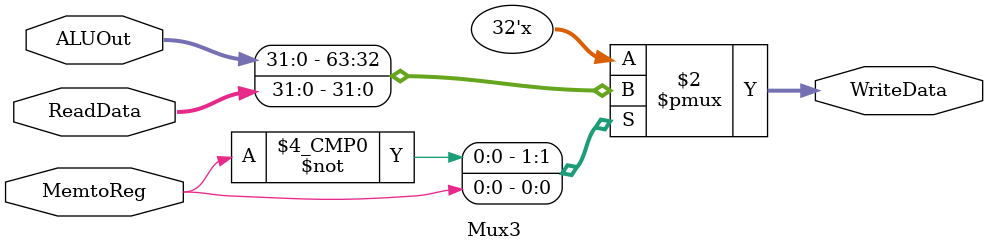
<source format=v>
module Mux3 (
    ReadData,    // Input data dari memori (biasanya hasil pembacaan dari data memory)
    ALUOut,      // Input data dari ALU (hasil operasi aritmatika / logika)
    MemtoReg,    // Sinyal kontrol untuk memilih antara ReadData atau ALUOut
    WriteData    // Output yang akan ditulis ke register
);

// Input 32-bit : ReadData dari memory dan ALUOut dari ALU
input [31:0] ReadData, ALUOut;

// Input kontrol 1-bit : MemtoReg menentukan sumber data yang dipilih
input MemtoReg;

// Output 32-bit bertipe reg : WriteData adalah data akhir yang akan ditulis ke register file
output reg [31:0] WriteData;

// Blok always dengan sensitivitas terhadap semua sinyal (* berarti semua input dipantau)
// Digunakan untuk mendeskripsikan perilaku multiplexer secara combinational (tanpa clock)
always @(*) begin
    // Pemilihan nilai WriteData berdasarkan nilai MemtoReg
    case (MemtoReg)
        0: WriteData <= ALUOut;    // Jika MemtoReg = 0, pilih output dari ALU
        1: WriteData <= ReadData;  // Jika MemtoReg = 1, pilih output dari memory (ReadData)
    endcase
end

endmodule

</source>
